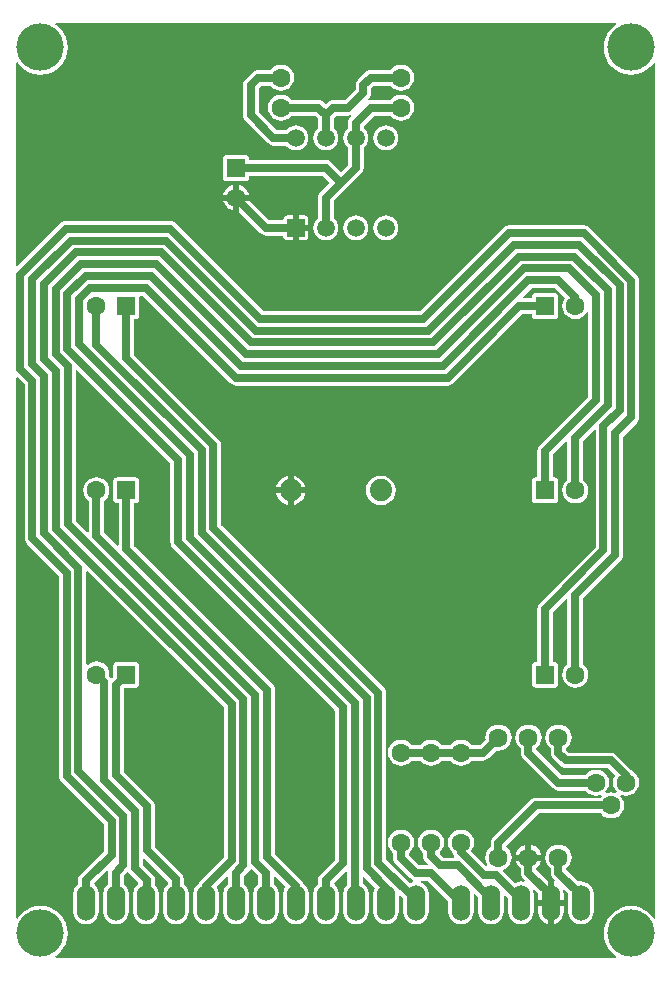
<source format=gbl>
G04 Layer_Physical_Order=2*
G04 Layer_Color=16711680*
%FSLAX43Y43*%
%MOMM*%
G71*
G01*
G75*
%ADD10C,0.700*%
%ADD11C,4.000*%
%ADD12C,1.600*%
%ADD13O,1.524X3.048*%
%ADD14R,1.500X1.500*%
%ADD15C,1.500*%
%ADD16R,1.600X1.600*%
%ADD17C,1.600*%
%ADD18R,1.600X1.600*%
%ADD19C,1.880*%
G36*
X51253Y79441D02*
X51216Y79422D01*
X50866Y79134D01*
X50578Y78784D01*
X50365Y78384D01*
X50233Y77951D01*
X50189Y77500D01*
X50233Y77049D01*
X50365Y76616D01*
X50578Y76216D01*
X50866Y75866D01*
X51216Y75578D01*
X51616Y75365D01*
X52049Y75233D01*
X52500Y75189D01*
X52951Y75233D01*
X53384Y75365D01*
X53784Y75578D01*
X54134Y75866D01*
X54422Y76216D01*
X54441Y76253D01*
X54565Y76222D01*
Y3778D01*
X54441Y3747D01*
X54422Y3784D01*
X54134Y4134D01*
X53784Y4422D01*
X53384Y4635D01*
X52951Y4767D01*
X52500Y4811D01*
X52049Y4767D01*
X51616Y4635D01*
X51216Y4422D01*
X50866Y4134D01*
X50578Y3784D01*
X50365Y3384D01*
X50233Y2951D01*
X50189Y2500D01*
X50233Y2049D01*
X50365Y1616D01*
X50578Y1216D01*
X50866Y866D01*
X51216Y578D01*
X51253Y559D01*
X51222Y435D01*
X3778D01*
X3747Y559D01*
X3784Y578D01*
X4134Y866D01*
X4422Y1216D01*
X4635Y1616D01*
X4767Y2049D01*
X4811Y2500D01*
X4767Y2951D01*
X4635Y3384D01*
X4422Y3784D01*
X4134Y4134D01*
X3784Y4422D01*
X3384Y4635D01*
X2951Y4767D01*
X2500Y4811D01*
X2049Y4767D01*
X1616Y4635D01*
X1216Y4422D01*
X866Y4134D01*
X578Y3784D01*
X559Y3747D01*
X435Y3778D01*
Y49532D01*
X553Y49581D01*
X1154Y48979D01*
Y35931D01*
X1177Y35761D01*
X1242Y35603D01*
X1346Y35467D01*
X4059Y32754D01*
Y15807D01*
X4082Y15638D01*
X4147Y15480D01*
X4251Y15344D01*
X7869Y11726D01*
Y9432D01*
X5886Y7449D01*
X5782Y7313D01*
X5717Y7155D01*
X5694Y6985D01*
Y6678D01*
X5593Y6599D01*
X5422Y6378D01*
X5315Y6119D01*
X5279Y5842D01*
Y4318D01*
X5315Y4041D01*
X5422Y3782D01*
X5593Y3561D01*
X5814Y3390D01*
X6073Y3283D01*
X6350Y3247D01*
X6627Y3283D01*
X6886Y3390D01*
X7107Y3561D01*
X7278Y3782D01*
X7385Y4041D01*
X7421Y4318D01*
Y5842D01*
X7385Y6119D01*
X7278Y6378D01*
X7107Y6599D01*
X7083Y6618D01*
X7073Y6781D01*
X8144Y7852D01*
X8248Y7794D01*
X8256Y7784D01*
X8234Y7620D01*
Y6678D01*
X8133Y6599D01*
X7962Y6378D01*
X7855Y6119D01*
X7819Y5842D01*
Y4318D01*
X7855Y4041D01*
X7962Y3782D01*
X8133Y3561D01*
X8354Y3390D01*
X8613Y3283D01*
X8890Y3247D01*
X9167Y3283D01*
X9426Y3390D01*
X9647Y3561D01*
X9818Y3782D01*
X9925Y4041D01*
X9961Y4318D01*
Y5842D01*
X9925Y6119D01*
X9818Y6378D01*
X9647Y6599D01*
X9546Y6678D01*
Y7348D01*
X9843Y7645D01*
X9997Y7620D01*
X10061Y7535D01*
X10788Y6809D01*
X10780Y6682D01*
X10673Y6599D01*
X10502Y6378D01*
X10395Y6119D01*
X10359Y5842D01*
Y4318D01*
X10395Y4041D01*
X10502Y3782D01*
X10673Y3561D01*
X10894Y3390D01*
X11153Y3283D01*
X11430Y3247D01*
X11707Y3283D01*
X11966Y3390D01*
X12187Y3561D01*
X12358Y3782D01*
X12465Y4041D01*
X12501Y4318D01*
Y5842D01*
X12465Y6119D01*
X12358Y6378D01*
X12195Y6590D01*
Y6985D01*
X12172Y7155D01*
X12107Y7313D01*
X12003Y7449D01*
X11181Y8271D01*
Y8776D01*
X11298Y8825D01*
X13314Y6808D01*
Y6678D01*
X13213Y6599D01*
X13042Y6378D01*
X12935Y6119D01*
X12899Y5842D01*
Y4318D01*
X12935Y4041D01*
X13042Y3782D01*
X13213Y3561D01*
X13434Y3390D01*
X13693Y3283D01*
X13970Y3247D01*
X14247Y3283D01*
X14506Y3390D01*
X14727Y3561D01*
X14898Y3782D01*
X15005Y4041D01*
X15041Y4318D01*
Y5842D01*
X15005Y6119D01*
X14898Y6378D01*
X14727Y6599D01*
X14626Y6678D01*
Y7080D01*
X14603Y7250D01*
X14538Y7408D01*
X14434Y7544D01*
X12181Y9797D01*
Y13240D01*
X12158Y13410D01*
X12093Y13568D01*
X11989Y13704D01*
X9546Y16147D01*
Y23248D01*
X9591Y23294D01*
X10570D01*
X10687Y23317D01*
X10786Y23384D01*
X10853Y23483D01*
X10876Y23600D01*
Y25200D01*
X10853Y25317D01*
X10786Y25416D01*
X10687Y25483D01*
X10570Y25506D01*
X8970D01*
X8853Y25483D01*
X8754Y25416D01*
X8687Y25317D01*
X8664Y25200D01*
Y24221D01*
X8565Y24122D01*
X8403Y24140D01*
X8354Y24204D01*
X8318Y24239D01*
X8339Y24400D01*
X8302Y24687D01*
X8191Y24955D01*
X8015Y25185D01*
X7785Y25361D01*
X7517Y25472D01*
X7230Y25509D01*
X6943Y25472D01*
X6675Y25361D01*
X6498Y25225D01*
X6371Y25287D01*
Y33106D01*
X6488Y33154D01*
X18029Y21613D01*
Y8941D01*
X16046Y6958D01*
X15942Y6822D01*
X15895Y6709D01*
X15753Y6599D01*
X15582Y6378D01*
X15475Y6119D01*
X15439Y5842D01*
Y4318D01*
X15475Y4041D01*
X15582Y3782D01*
X15753Y3561D01*
X15974Y3390D01*
X16233Y3283D01*
X16510Y3247D01*
X16787Y3283D01*
X17046Y3390D01*
X17267Y3561D01*
X17438Y3782D01*
X17545Y4041D01*
X17581Y4318D01*
Y5842D01*
X17545Y6119D01*
X17438Y6378D01*
X17387Y6444D01*
X18277Y7334D01*
X18394Y7286D01*
Y6678D01*
X18293Y6599D01*
X18122Y6378D01*
X18015Y6119D01*
X17979Y5842D01*
Y4318D01*
X18015Y4041D01*
X18122Y3782D01*
X18293Y3561D01*
X18514Y3390D01*
X18773Y3283D01*
X19050Y3247D01*
X19327Y3283D01*
X19586Y3390D01*
X19807Y3561D01*
X19978Y3782D01*
X20085Y4041D01*
X20121Y4318D01*
Y5842D01*
X20085Y6119D01*
X19978Y6378D01*
X19807Y6599D01*
X19706Y6678D01*
Y7348D01*
X20149Y7791D01*
X20219Y7884D01*
X20370Y7913D01*
X20934Y7348D01*
Y6678D01*
X20833Y6599D01*
X20662Y6378D01*
X20555Y6119D01*
X20519Y5842D01*
Y4318D01*
X20555Y4041D01*
X20662Y3782D01*
X20833Y3561D01*
X21054Y3390D01*
X21313Y3283D01*
X21590Y3247D01*
X21867Y3283D01*
X22126Y3390D01*
X22347Y3561D01*
X22518Y3782D01*
X22625Y4041D01*
X22661Y4318D01*
Y5842D01*
X22625Y6119D01*
X22518Y6378D01*
X22347Y6599D01*
X22246Y6678D01*
Y7286D01*
X22363Y7334D01*
X23253Y6444D01*
X23202Y6378D01*
X23095Y6119D01*
X23059Y5842D01*
Y4318D01*
X23095Y4041D01*
X23202Y3782D01*
X23373Y3561D01*
X23594Y3390D01*
X23853Y3283D01*
X24130Y3247D01*
X24407Y3283D01*
X24666Y3390D01*
X24887Y3561D01*
X25058Y3782D01*
X25165Y4041D01*
X25201Y4318D01*
Y5842D01*
X25165Y6119D01*
X25058Y6378D01*
X24887Y6599D01*
X24745Y6709D01*
X24698Y6822D01*
X24594Y6958D01*
X22341Y9211D01*
Y23127D01*
X22318Y23297D01*
X22253Y23455D01*
X22149Y23591D01*
X10426Y35314D01*
Y38894D01*
X10570D01*
X10687Y38917D01*
X10786Y38984D01*
X10853Y39083D01*
X10876Y39200D01*
Y40800D01*
X10853Y40917D01*
X10786Y41016D01*
X10687Y41083D01*
X10570Y41106D01*
X8970D01*
X8853Y41083D01*
X8754Y41016D01*
X8687Y40917D01*
X8664Y40800D01*
Y39200D01*
X8687Y39083D01*
X8754Y38984D01*
X8853Y38917D01*
X8970Y38894D01*
X9114D01*
Y35377D01*
X8997Y35328D01*
X7886Y36439D01*
Y39117D01*
X8015Y39215D01*
X8191Y39445D01*
X8302Y39713D01*
X8339Y40000D01*
X8302Y40287D01*
X8191Y40555D01*
X8015Y40785D01*
X7785Y40961D01*
X7517Y41072D01*
X7230Y41109D01*
X6943Y41072D01*
X6675Y40961D01*
X6445Y40785D01*
X6269Y40555D01*
X6158Y40287D01*
X6121Y40000D01*
X6158Y39713D01*
X6269Y39445D01*
X6445Y39215D01*
X6574Y39117D01*
Y36502D01*
X6457Y36454D01*
X5466Y37445D01*
Y50159D01*
X5583Y50207D01*
X13489Y42301D01*
Y35587D01*
X13512Y35418D01*
X13577Y35260D01*
X13681Y35124D01*
X27459Y21346D01*
Y8702D01*
X26206Y7449D01*
X26102Y7313D01*
X26037Y7155D01*
X26014Y6985D01*
Y6678D01*
X25913Y6599D01*
X25742Y6378D01*
X25635Y6119D01*
X25599Y5842D01*
Y4318D01*
X25635Y4041D01*
X25742Y3782D01*
X25913Y3561D01*
X26134Y3390D01*
X26393Y3283D01*
X26670Y3247D01*
X26947Y3283D01*
X27206Y3390D01*
X27427Y3561D01*
X27598Y3782D01*
X27705Y4041D01*
X27741Y4318D01*
Y5842D01*
X27705Y6119D01*
X27598Y6378D01*
X27427Y6599D01*
X27403Y6618D01*
X27393Y6781D01*
X28342Y7730D01*
X28459Y7681D01*
Y6605D01*
X28453Y6599D01*
X28282Y6378D01*
X28175Y6119D01*
X28139Y5842D01*
Y4318D01*
X28175Y4041D01*
X28282Y3782D01*
X28453Y3561D01*
X28674Y3390D01*
X28933Y3283D01*
X29210Y3247D01*
X29487Y3283D01*
X29746Y3390D01*
X29967Y3561D01*
X30138Y3782D01*
X30245Y4041D01*
X30281Y4318D01*
Y5842D01*
X30245Y6119D01*
X30138Y6378D01*
X29967Y6599D01*
X29771Y6750D01*
Y7236D01*
X29888Y7285D01*
X30814Y6358D01*
X30715Y6119D01*
X30679Y5842D01*
Y4318D01*
X30715Y4041D01*
X30822Y3782D01*
X30993Y3561D01*
X31214Y3390D01*
X31473Y3283D01*
X31750Y3247D01*
X32027Y3283D01*
X32286Y3390D01*
X32507Y3561D01*
X32678Y3782D01*
X32785Y4041D01*
X32821Y4318D01*
Y5675D01*
X32938Y5723D01*
X33219Y5443D01*
Y4318D01*
X33255Y4041D01*
X33362Y3782D01*
X33533Y3561D01*
X33754Y3390D01*
X34013Y3283D01*
X34290Y3247D01*
X34567Y3283D01*
X34826Y3390D01*
X35047Y3561D01*
X35218Y3782D01*
X35325Y4041D01*
X35361Y4318D01*
Y5842D01*
X35325Y6119D01*
X35218Y6378D01*
X35047Y6599D01*
X34826Y6770D01*
X34662Y6837D01*
X34687Y6964D01*
X35288D01*
X37029Y5224D01*
Y4318D01*
X37065Y4041D01*
X37172Y3782D01*
X37343Y3561D01*
X37564Y3390D01*
X37823Y3283D01*
X38100Y3247D01*
X38377Y3283D01*
X38636Y3390D01*
X38857Y3561D01*
X39028Y3782D01*
X39135Y4041D01*
X39171Y4318D01*
Y5787D01*
X39298Y5840D01*
X39569Y5569D01*
Y4318D01*
X39605Y4041D01*
X39712Y3782D01*
X39883Y3561D01*
X40104Y3390D01*
X40363Y3283D01*
X40640Y3247D01*
X40917Y3283D01*
X41176Y3390D01*
X41397Y3561D01*
X41568Y3782D01*
X41675Y4041D01*
X41711Y4318D01*
Y5675D01*
X41828Y5723D01*
X42109Y5443D01*
Y4318D01*
X42145Y4041D01*
X42252Y3782D01*
X42423Y3561D01*
X42644Y3390D01*
X42903Y3283D01*
X43180Y3247D01*
X43457Y3283D01*
X43716Y3390D01*
X43937Y3561D01*
X44108Y3782D01*
X44215Y4041D01*
X44251Y4318D01*
Y5842D01*
X44216Y6113D01*
X44224Y6122D01*
X44334Y6174D01*
X44651Y5857D01*
X44649Y5842D01*
Y5330D01*
X45470D01*
Y6892D01*
X44476Y7886D01*
X44481Y8014D01*
X44600Y8105D01*
X44776Y8335D01*
X44887Y8603D01*
X44892Y8640D01*
X43815D01*
X42738D01*
X42743Y8603D01*
X42854Y8335D01*
X43030Y8105D01*
X43159Y8007D01*
Y7620D01*
X43182Y7450D01*
X43247Y7292D01*
X43351Y7156D01*
X43512Y6996D01*
X43460Y6886D01*
X43451Y6878D01*
X43180Y6913D01*
X42903Y6877D01*
X42644Y6770D01*
X42640Y6766D01*
X41661Y7745D01*
X41686Y7870D01*
X41830Y7929D01*
X42060Y8105D01*
X42236Y8335D01*
X42347Y8603D01*
X42384Y8890D01*
X42347Y9177D01*
X42236Y9445D01*
X42060Y9675D01*
X41941Y9766D01*
X41936Y9894D01*
X44722Y12679D01*
X49917D01*
X50015Y12550D01*
X50245Y12374D01*
X50513Y12263D01*
X50800Y12226D01*
X51087Y12263D01*
X51355Y12374D01*
X51585Y12550D01*
X51761Y12780D01*
X51872Y13048D01*
X51909Y13335D01*
X51872Y13622D01*
X51761Y13890D01*
X51592Y14110D01*
X51594Y14121D01*
X51700Y14203D01*
X51783Y14168D01*
X52070Y14131D01*
X52357Y14168D01*
X52625Y14279D01*
X52855Y14455D01*
X53031Y14685D01*
X53142Y14953D01*
X53179Y15240D01*
X53142Y15527D01*
X53031Y15795D01*
X52855Y16025D01*
X52645Y16185D01*
X52638Y16203D01*
X52534Y16339D01*
X51264Y17609D01*
X51128Y17713D01*
X50970Y17778D01*
X50800Y17801D01*
X47262D01*
X47016Y18046D01*
X47021Y18174D01*
X47140Y18265D01*
X47316Y18495D01*
X47427Y18763D01*
X47464Y19050D01*
X47427Y19337D01*
X47316Y19605D01*
X47140Y19835D01*
X46910Y20011D01*
X46642Y20122D01*
X46355Y20159D01*
X46068Y20122D01*
X45800Y20011D01*
X45570Y19835D01*
X45394Y19605D01*
X45283Y19337D01*
X45246Y19050D01*
X45283Y18763D01*
X45394Y18495D01*
X45570Y18265D01*
X45699Y18167D01*
Y17780D01*
X45722Y17610D01*
X45787Y17452D01*
X45891Y17316D01*
X46526Y16681D01*
X46662Y16577D01*
X46820Y16512D01*
X46990Y16489D01*
X50528D01*
X51159Y15859D01*
X51109Y15795D01*
X50998Y15527D01*
X50961Y15240D01*
X50998Y14953D01*
X51109Y14685D01*
X51278Y14465D01*
X51276Y14454D01*
X51170Y14372D01*
X51087Y14407D01*
X50800Y14444D01*
X50513Y14407D01*
X50430Y14372D01*
X50324Y14454D01*
X50322Y14465D01*
X50491Y14685D01*
X50602Y14953D01*
X50639Y15240D01*
X50602Y15527D01*
X50491Y15795D01*
X50315Y16025D01*
X50085Y16201D01*
X49817Y16312D01*
X49530Y16349D01*
X49243Y16312D01*
X48975Y16201D01*
X48745Y16025D01*
X48647Y15896D01*
X46627D01*
X44476Y18046D01*
X44481Y18174D01*
X44600Y18265D01*
X44776Y18495D01*
X44887Y18763D01*
X44924Y19050D01*
X44887Y19337D01*
X44776Y19605D01*
X44600Y19835D01*
X44370Y20011D01*
X44102Y20122D01*
X43815Y20159D01*
X43528Y20122D01*
X43260Y20011D01*
X43030Y19835D01*
X42854Y19605D01*
X42743Y19337D01*
X42706Y19050D01*
X42743Y18763D01*
X42854Y18495D01*
X43030Y18265D01*
X43159Y18167D01*
Y17780D01*
X43182Y17610D01*
X43247Y17452D01*
X43351Y17316D01*
X45891Y14776D01*
X46027Y14672D01*
X46185Y14607D01*
X46355Y14584D01*
X48647D01*
X48745Y14455D01*
X48975Y14279D01*
X49243Y14168D01*
X49530Y14131D01*
X49817Y14168D01*
X49900Y14203D01*
X50006Y14121D01*
X50008Y14110D01*
X49917Y13991D01*
X44450D01*
X44280Y13968D01*
X44122Y13903D01*
X43986Y13799D01*
X40811Y10624D01*
X40707Y10488D01*
X40642Y10330D01*
X40619Y10160D01*
Y9773D01*
X40490Y9675D01*
X40314Y9445D01*
X40203Y9177D01*
X40166Y8890D01*
X40203Y8603D01*
X40314Y8335D01*
X40328Y8317D01*
X40274Y8179D01*
X40234Y8172D01*
X38948Y9458D01*
X39061Y9605D01*
X39172Y9873D01*
X39209Y10160D01*
X39172Y10447D01*
X39061Y10715D01*
X38885Y10945D01*
X38655Y11121D01*
X38387Y11232D01*
X38100Y11269D01*
X37813Y11232D01*
X37545Y11121D01*
X37315Y10945D01*
X37139Y10715D01*
X37028Y10447D01*
X36991Y10160D01*
X37028Y9873D01*
X37139Y9605D01*
X37315Y9375D01*
X37459Y9265D01*
X37467Y9210D01*
X37532Y9052D01*
X37543Y9038D01*
X37480Y8911D01*
X36611D01*
X36300Y9221D01*
X36309Y9348D01*
X36345Y9375D01*
X36521Y9605D01*
X36632Y9873D01*
X36669Y10160D01*
X36632Y10447D01*
X36521Y10715D01*
X36345Y10945D01*
X36115Y11121D01*
X35847Y11232D01*
X35560Y11269D01*
X35273Y11232D01*
X35005Y11121D01*
X34775Y10945D01*
X34599Y10715D01*
X34488Y10447D01*
X34451Y10160D01*
X34488Y9873D01*
X34599Y9605D01*
X34775Y9375D01*
X34904Y9277D01*
Y9034D01*
X34927Y8865D01*
X34992Y8706D01*
X35096Y8571D01*
X35274Y8393D01*
X35225Y8276D01*
X34562D01*
X33681Y9156D01*
X33686Y9284D01*
X33805Y9375D01*
X33981Y9605D01*
X34092Y9873D01*
X34129Y10160D01*
X34092Y10447D01*
X33981Y10715D01*
X33805Y10945D01*
X33575Y11121D01*
X33307Y11232D01*
X33020Y11269D01*
X32733Y11232D01*
X32465Y11121D01*
X32235Y10945D01*
X32059Y10715D01*
X31948Y10447D01*
X31911Y10160D01*
X31948Y9873D01*
X32059Y9605D01*
X32235Y9375D01*
X32364Y9277D01*
Y8890D01*
X32387Y8720D01*
X32452Y8562D01*
X32556Y8426D01*
X33826Y7156D01*
X33962Y7052D01*
X34020Y6894D01*
X34013Y6877D01*
X33754Y6770D01*
X33750Y6766D01*
X31771Y8745D01*
Y22860D01*
X31748Y23030D01*
X31683Y23188D01*
X31579Y23324D01*
X17801Y37102D01*
Y43815D01*
X17778Y43985D01*
X17713Y44143D01*
X17609Y44279D01*
X10426Y51462D01*
Y54494D01*
X10570D01*
X10687Y54517D01*
X10786Y54584D01*
X10853Y54683D01*
X10876Y54800D01*
Y56400D01*
X10953Y56494D01*
X11158D01*
X18586Y49066D01*
X18722Y48962D01*
X18880Y48897D01*
X19050Y48874D01*
X36974D01*
X37144Y48897D01*
X37302Y48962D01*
X37438Y49066D01*
X43316Y54944D01*
X44124D01*
Y54800D01*
X44147Y54683D01*
X44214Y54584D01*
X44313Y54517D01*
X44430Y54494D01*
X46030D01*
X46147Y54517D01*
X46246Y54584D01*
X46313Y54683D01*
X46336Y54800D01*
Y56400D01*
X46313Y56517D01*
X46246Y56616D01*
X46147Y56683D01*
X46030Y56706D01*
X44430D01*
X44313Y56683D01*
X44214Y56616D01*
X44147Y56517D01*
X44124Y56400D01*
Y56256D01*
X43379D01*
X43330Y56373D01*
X44087Y57129D01*
X46083D01*
X46917Y56296D01*
X46809Y56155D01*
X46698Y55887D01*
X46661Y55600D01*
X46698Y55313D01*
X46809Y55045D01*
X46985Y54815D01*
X47215Y54639D01*
X47483Y54528D01*
X47770Y54491D01*
X48057Y54528D01*
X48325Y54639D01*
X48555Y54815D01*
X48731Y55045D01*
X48747Y55085D01*
X48874Y55060D01*
Y47897D01*
X44766Y43789D01*
X44662Y43653D01*
X44597Y43495D01*
X44574Y43325D01*
Y41106D01*
X44430D01*
X44313Y41083D01*
X44214Y41016D01*
X44147Y40917D01*
X44124Y40800D01*
Y39200D01*
X44147Y39083D01*
X44214Y38984D01*
X44313Y38917D01*
X44430Y38894D01*
X46030D01*
X46147Y38917D01*
X46246Y38984D01*
X46313Y39083D01*
X46336Y39200D01*
Y40800D01*
X46313Y40917D01*
X46246Y41016D01*
X46147Y41083D01*
X46030Y41106D01*
X45886D01*
Y43053D01*
X46997Y44165D01*
X47114Y44116D01*
Y40883D01*
X46985Y40785D01*
X46809Y40555D01*
X46698Y40287D01*
X46661Y40000D01*
X46698Y39713D01*
X46809Y39445D01*
X46985Y39215D01*
X47215Y39039D01*
X47483Y38928D01*
X47770Y38891D01*
X48057Y38928D01*
X48325Y39039D01*
X48555Y39215D01*
X48731Y39445D01*
X48842Y39713D01*
X48879Y40000D01*
X48842Y40287D01*
X48731Y40555D01*
X48555Y40785D01*
X48426Y40883D01*
Y44179D01*
X49392Y45146D01*
X49509Y45097D01*
Y35197D01*
X44766Y30454D01*
X44662Y30318D01*
X44597Y30160D01*
X44574Y29990D01*
Y25506D01*
X44430D01*
X44313Y25483D01*
X44214Y25416D01*
X44147Y25317D01*
X44124Y25200D01*
Y23600D01*
X44147Y23483D01*
X44214Y23384D01*
X44313Y23317D01*
X44430Y23294D01*
X46030D01*
X46147Y23317D01*
X46246Y23384D01*
X46313Y23483D01*
X46336Y23600D01*
Y25200D01*
X46313Y25317D01*
X46246Y25416D01*
X46147Y25483D01*
X46030Y25506D01*
X45886D01*
Y29718D01*
X46997Y30830D01*
X47114Y30781D01*
Y25283D01*
X46985Y25185D01*
X46809Y24955D01*
X46698Y24687D01*
X46661Y24400D01*
X46698Y24113D01*
X46809Y23845D01*
X46985Y23615D01*
X47215Y23439D01*
X47483Y23328D01*
X47770Y23291D01*
X48057Y23328D01*
X48325Y23439D01*
X48555Y23615D01*
X48731Y23845D01*
X48842Y24113D01*
X48879Y24400D01*
X48842Y24687D01*
X48731Y24955D01*
X48555Y25185D01*
X48426Y25283D01*
Y30844D01*
X51629Y34047D01*
X51733Y34183D01*
X51798Y34341D01*
X51821Y34511D01*
Y44543D01*
X52994Y45716D01*
X53098Y45852D01*
X53163Y46010D01*
X53186Y46180D01*
Y57758D01*
X53163Y57927D01*
X53098Y58085D01*
X52994Y58221D01*
X48966Y62249D01*
X48830Y62353D01*
X48672Y62418D01*
X48503Y62441D01*
X42158D01*
X41988Y62418D01*
X41830Y62353D01*
X41695Y62249D01*
X34632Y55186D01*
X21393D01*
X13965Y62614D01*
X13829Y62718D01*
X13671Y62783D01*
X13501Y62806D01*
X4658D01*
X4489Y62783D01*
X4331Y62718D01*
X4195Y62614D01*
X553Y58972D01*
X435Y59020D01*
Y76222D01*
X559Y76253D01*
X578Y76216D01*
X866Y75866D01*
X1216Y75578D01*
X1616Y75365D01*
X2049Y75233D01*
X2500Y75189D01*
X2951Y75233D01*
X3384Y75365D01*
X3784Y75578D01*
X4134Y75866D01*
X4422Y76216D01*
X4635Y76616D01*
X4767Y77049D01*
X4811Y77500D01*
X4767Y77951D01*
X4635Y78384D01*
X4422Y78784D01*
X4134Y79134D01*
X3784Y79422D01*
X3747Y79441D01*
X3778Y79565D01*
X51222D01*
X51253Y79441D01*
D02*
G37*
%LPC*%
G36*
X23440Y39750D02*
X22472D01*
X22482Y39676D01*
X22607Y39375D01*
X22806Y39116D01*
X23065Y38917D01*
X23366Y38792D01*
X23440Y38782D01*
Y39750D01*
D02*
G37*
G36*
X31310Y41250D02*
X30986Y41208D01*
X30685Y41083D01*
X30426Y40884D01*
X30227Y40625D01*
X30102Y40324D01*
X30059Y40000D01*
X30102Y39676D01*
X30227Y39375D01*
X30426Y39116D01*
X30685Y38917D01*
X30986Y38792D01*
X31310Y38750D01*
X31634Y38792D01*
X31935Y38917D01*
X32194Y39116D01*
X32393Y39375D01*
X32518Y39676D01*
X32561Y40000D01*
X32518Y40324D01*
X32393Y40625D01*
X32194Y40884D01*
X31935Y41083D01*
X31634Y41208D01*
X31310Y41250D01*
D02*
G37*
G36*
X24908Y39750D02*
X23940D01*
Y38782D01*
X24014Y38792D01*
X24315Y38917D01*
X24574Y39116D01*
X24773Y39375D01*
X24898Y39676D01*
X24908Y39750D01*
D02*
G37*
G36*
X23940Y41218D02*
Y40250D01*
X24908D01*
X24898Y40324D01*
X24773Y40625D01*
X24574Y40884D01*
X24315Y41083D01*
X24014Y41208D01*
X23940Y41218D01*
D02*
G37*
G36*
X23440D02*
X23366Y41208D01*
X23065Y41083D01*
X22806Y40884D01*
X22607Y40625D01*
X22482Y40324D01*
X22472Y40250D01*
X23440D01*
Y41218D01*
D02*
G37*
G36*
X41275Y20159D02*
X40988Y20122D01*
X40720Y20011D01*
X40490Y19835D01*
X40314Y19605D01*
X40203Y19337D01*
X40166Y19050D01*
X40187Y18889D01*
X39733Y18436D01*
X38983D01*
X38885Y18565D01*
X38655Y18741D01*
X38387Y18852D01*
X38100Y18889D01*
X37813Y18852D01*
X37545Y18741D01*
X37315Y18565D01*
X37217Y18436D01*
X36443D01*
X36345Y18565D01*
X36115Y18741D01*
X35847Y18852D01*
X35560Y18889D01*
X35273Y18852D01*
X35005Y18741D01*
X34775Y18565D01*
X34677Y18436D01*
X33903D01*
X33805Y18565D01*
X33575Y18741D01*
X33307Y18852D01*
X33020Y18889D01*
X32733Y18852D01*
X32465Y18741D01*
X32235Y18565D01*
X32059Y18335D01*
X31948Y18067D01*
X31911Y17780D01*
X31948Y17493D01*
X32059Y17225D01*
X32235Y16995D01*
X32465Y16819D01*
X32733Y16708D01*
X33020Y16671D01*
X33307Y16708D01*
X33575Y16819D01*
X33805Y16995D01*
X33903Y17124D01*
X34677D01*
X34775Y16995D01*
X35005Y16819D01*
X35273Y16708D01*
X35560Y16671D01*
X35847Y16708D01*
X36115Y16819D01*
X36345Y16995D01*
X36443Y17124D01*
X37217D01*
X37315Y16995D01*
X37545Y16819D01*
X37813Y16708D01*
X38100Y16671D01*
X38387Y16708D01*
X38655Y16819D01*
X38885Y16995D01*
X38983Y17124D01*
X40005D01*
X40175Y17147D01*
X40333Y17212D01*
X40469Y17316D01*
X41114Y17962D01*
X41275Y17941D01*
X41562Y17978D01*
X41830Y18089D01*
X42060Y18265D01*
X42236Y18495D01*
X42347Y18763D01*
X42384Y19050D01*
X42347Y19337D01*
X42236Y19605D01*
X42060Y19835D01*
X41830Y20011D01*
X41562Y20122D01*
X41275Y20159D01*
D02*
G37*
G36*
X46791Y4830D02*
X45970D01*
Y3280D01*
X45997Y3283D01*
X46256Y3390D01*
X46477Y3561D01*
X46648Y3782D01*
X46755Y4041D01*
X46791Y4318D01*
Y4830D01*
D02*
G37*
G36*
X45470D02*
X44649D01*
Y4318D01*
X44685Y4041D01*
X44792Y3782D01*
X44963Y3561D01*
X45184Y3390D01*
X45443Y3283D01*
X45470Y3280D01*
Y4830D01*
D02*
G37*
G36*
X46355Y9999D02*
X46068Y9962D01*
X45800Y9851D01*
X45570Y9675D01*
X45394Y9445D01*
X45283Y9177D01*
X45246Y8890D01*
X45283Y8603D01*
X45394Y8335D01*
X45570Y8105D01*
X45699Y8007D01*
Y7620D01*
X45722Y7450D01*
X45787Y7292D01*
X45891Y7156D01*
X46052Y6996D01*
X46000Y6886D01*
X45991Y6878D01*
X45970Y6880D01*
Y5330D01*
X46791D01*
Y5842D01*
X46756Y6113D01*
X46764Y6122D01*
X46874Y6174D01*
X47191Y5857D01*
X47189Y5842D01*
Y4318D01*
X47225Y4041D01*
X47332Y3782D01*
X47503Y3561D01*
X47724Y3390D01*
X47983Y3283D01*
X48260Y3247D01*
X48537Y3283D01*
X48796Y3390D01*
X49017Y3561D01*
X49188Y3782D01*
X49295Y4041D01*
X49331Y4318D01*
Y5842D01*
X49295Y6119D01*
X49188Y6378D01*
X49017Y6599D01*
X48796Y6770D01*
X48537Y6877D01*
X48260Y6913D01*
X48021Y6882D01*
X47016Y7886D01*
X47021Y8014D01*
X47140Y8105D01*
X47316Y8335D01*
X47427Y8603D01*
X47464Y8890D01*
X47427Y9177D01*
X47316Y9445D01*
X47140Y9675D01*
X46910Y9851D01*
X46642Y9962D01*
X46355Y9999D01*
D02*
G37*
G36*
X44065Y9967D02*
Y9140D01*
X44892D01*
X44887Y9177D01*
X44776Y9445D01*
X44600Y9675D01*
X44370Y9851D01*
X44102Y9962D01*
X44065Y9967D01*
D02*
G37*
G36*
X43565D02*
X43528Y9962D01*
X43260Y9851D01*
X43030Y9675D01*
X42854Y9445D01*
X42743Y9177D01*
X42738Y9140D01*
X43565D01*
Y9967D01*
D02*
G37*
G36*
X19300Y65847D02*
Y65020D01*
X20127D01*
X20122Y65057D01*
X20011Y65325D01*
X19835Y65555D01*
X19605Y65731D01*
X19337Y65842D01*
X19300Y65847D01*
D02*
G37*
G36*
X18800D02*
X18763Y65842D01*
X18495Y65731D01*
X18265Y65555D01*
X18089Y65325D01*
X17978Y65057D01*
X17973Y65020D01*
X18800D01*
Y65847D01*
D02*
G37*
G36*
X31750Y70909D02*
X31476Y70873D01*
X31220Y70767D01*
X31001Y70599D01*
X30833Y70380D01*
X30727Y70124D01*
X30691Y69850D01*
X30727Y69576D01*
X30833Y69320D01*
X31001Y69101D01*
X31220Y68933D01*
X31476Y68827D01*
X31750Y68791D01*
X32024Y68827D01*
X32280Y68933D01*
X32499Y69101D01*
X32667Y69320D01*
X32773Y69576D01*
X32809Y69850D01*
X32773Y70124D01*
X32667Y70380D01*
X32499Y70599D01*
X32280Y70767D01*
X32024Y70873D01*
X31750Y70909D01*
D02*
G37*
G36*
X33020Y76039D02*
X32733Y76002D01*
X32465Y75891D01*
X32235Y75715D01*
X32137Y75586D01*
X30480D01*
X30310Y75563D01*
X30152Y75498D01*
X30016Y75394D01*
X29381Y74759D01*
X29277Y74623D01*
X29212Y74465D01*
X29189Y74295D01*
Y73932D01*
X28303Y73046D01*
X27305D01*
X27135Y73023D01*
X26977Y72958D01*
X26841Y72854D01*
X26670Y72682D01*
X26499Y72854D01*
X26363Y72958D01*
X26205Y73023D01*
X26035Y73046D01*
X23743D01*
X23645Y73175D01*
X23415Y73351D01*
X23147Y73462D01*
X22860Y73499D01*
X22573Y73462D01*
X22305Y73351D01*
X22075Y73175D01*
X21899Y72945D01*
X21788Y72677D01*
X21751Y72390D01*
X21788Y72103D01*
X21899Y71835D01*
X22075Y71605D01*
X22305Y71429D01*
X22573Y71318D01*
X22860Y71281D01*
X23147Y71318D01*
X23415Y71429D01*
X23645Y71605D01*
X23743Y71734D01*
X25763D01*
X26014Y71483D01*
Y70670D01*
X25921Y70599D01*
X25753Y70380D01*
X25647Y70124D01*
X25611Y69850D01*
X25647Y69576D01*
X25753Y69320D01*
X25921Y69101D01*
X26140Y68933D01*
X26396Y68827D01*
X26670Y68791D01*
X26944Y68827D01*
X27200Y68933D01*
X27419Y69101D01*
X27587Y69320D01*
X27693Y69576D01*
X27729Y69850D01*
X27693Y70124D01*
X27587Y70380D01*
X27419Y70599D01*
X27326Y70670D01*
Y71483D01*
X27577Y71734D01*
X28575D01*
X28739Y71756D01*
X28749Y71748D01*
X28807Y71644D01*
X28746Y71584D01*
X28642Y71448D01*
X28577Y71290D01*
X28554Y71120D01*
Y70670D01*
X28461Y70599D01*
X28293Y70380D01*
X28187Y70124D01*
X28151Y69850D01*
X28187Y69576D01*
X28293Y69320D01*
X28461Y69101D01*
X28554Y69030D01*
Y67582D01*
X27940Y66967D01*
X27134Y67774D01*
X26998Y67878D01*
X26840Y67943D01*
X26670Y67966D01*
X20156D01*
Y68110D01*
X20133Y68227D01*
X20066Y68326D01*
X19967Y68393D01*
X19850Y68416D01*
X18250D01*
X18133Y68393D01*
X18034Y68326D01*
X17967Y68227D01*
X17944Y68110D01*
Y66510D01*
X17967Y66393D01*
X18034Y66294D01*
X18133Y66227D01*
X18250Y66204D01*
X19850D01*
X19967Y66227D01*
X20066Y66294D01*
X20133Y66393D01*
X20156Y66510D01*
Y66654D01*
X26398D01*
X27013Y66040D01*
X26206Y65234D01*
X26102Y65098D01*
X26037Y64940D01*
X26014Y64770D01*
Y63050D01*
X25921Y62979D01*
X25753Y62760D01*
X25647Y62504D01*
X25611Y62230D01*
X25647Y61956D01*
X25753Y61700D01*
X25921Y61481D01*
X26140Y61313D01*
X26396Y61207D01*
X26670Y61171D01*
X26944Y61207D01*
X27200Y61313D01*
X27419Y61481D01*
X27587Y61700D01*
X27693Y61956D01*
X27729Y62230D01*
X27693Y62504D01*
X27587Y62760D01*
X27419Y62979D01*
X27326Y63050D01*
Y64498D01*
X28404Y65576D01*
X28404Y65576D01*
X28404Y65576D01*
X29674Y66846D01*
X29778Y66982D01*
X29843Y67140D01*
X29866Y67310D01*
Y69030D01*
X29959Y69101D01*
X30127Y69320D01*
X30233Y69576D01*
X30269Y69850D01*
X30233Y70124D01*
X30127Y70380D01*
X29959Y70599D01*
X29866Y70670D01*
Y70848D01*
X30752Y71734D01*
X32137D01*
X32235Y71605D01*
X32465Y71429D01*
X32733Y71318D01*
X33020Y71281D01*
X33307Y71318D01*
X33575Y71429D01*
X33805Y71605D01*
X33981Y71835D01*
X34092Y72103D01*
X34129Y72390D01*
X34092Y72677D01*
X33981Y72945D01*
X33805Y73175D01*
X33575Y73351D01*
X33307Y73462D01*
X33020Y73499D01*
X32733Y73462D01*
X32465Y73351D01*
X32235Y73175D01*
X32137Y73046D01*
X30480D01*
X30316Y73024D01*
X30306Y73032D01*
X30248Y73136D01*
X30309Y73196D01*
X30413Y73332D01*
X30478Y73490D01*
X30501Y73660D01*
Y74023D01*
X30752Y74274D01*
X32137D01*
X32235Y74145D01*
X32465Y73969D01*
X32733Y73858D01*
X33020Y73821D01*
X33307Y73858D01*
X33575Y73969D01*
X33805Y74145D01*
X33981Y74375D01*
X34092Y74643D01*
X34129Y74930D01*
X34092Y75217D01*
X33981Y75485D01*
X33805Y75715D01*
X33575Y75891D01*
X33307Y76002D01*
X33020Y76039D01*
D02*
G37*
G36*
X22860D02*
X22573Y76002D01*
X22305Y75891D01*
X22075Y75715D01*
X21977Y75586D01*
X20955D01*
X20785Y75563D01*
X20627Y75498D01*
X20491Y75394D01*
X19856Y74759D01*
X19752Y74623D01*
X19687Y74465D01*
X19664Y74295D01*
Y71755D01*
X19687Y71585D01*
X19752Y71427D01*
X19856Y71291D01*
X21761Y69386D01*
X21897Y69282D01*
X22055Y69217D01*
X22225Y69194D01*
X23310D01*
X23381Y69101D01*
X23600Y68933D01*
X23856Y68827D01*
X24130Y68791D01*
X24404Y68827D01*
X24660Y68933D01*
X24879Y69101D01*
X25047Y69320D01*
X25153Y69576D01*
X25189Y69850D01*
X25153Y70124D01*
X25047Y70380D01*
X24879Y70599D01*
X24660Y70767D01*
X24404Y70873D01*
X24130Y70909D01*
X23856Y70873D01*
X23600Y70767D01*
X23381Y70599D01*
X23310Y70506D01*
X22497D01*
X20976Y72027D01*
Y74023D01*
X21227Y74274D01*
X21977D01*
X22075Y74145D01*
X22305Y73969D01*
X22573Y73858D01*
X22860Y73821D01*
X23147Y73858D01*
X23415Y73969D01*
X23645Y74145D01*
X23821Y74375D01*
X23932Y74643D01*
X23969Y74930D01*
X23932Y75217D01*
X23821Y75485D01*
X23645Y75715D01*
X23415Y75891D01*
X23147Y76002D01*
X22860Y76039D01*
D02*
G37*
G36*
X18800Y64520D02*
X17973D01*
X17978Y64483D01*
X18089Y64215D01*
X18265Y63985D01*
X18495Y63809D01*
X18763Y63698D01*
X18800Y63693D01*
Y64520D01*
D02*
G37*
G36*
X31750Y63289D02*
X31476Y63253D01*
X31220Y63147D01*
X31001Y62979D01*
X30833Y62760D01*
X30727Y62504D01*
X30691Y62230D01*
X30727Y61956D01*
X30833Y61700D01*
X31001Y61481D01*
X31220Y61313D01*
X31476Y61207D01*
X31750Y61171D01*
X32024Y61207D01*
X32280Y61313D01*
X32499Y61481D01*
X32667Y61700D01*
X32773Y61956D01*
X32809Y62230D01*
X32773Y62504D01*
X32667Y62760D01*
X32499Y62979D01*
X32280Y63147D01*
X32024Y63253D01*
X31750Y63289D01*
D02*
G37*
G36*
X29210D02*
X28936Y63253D01*
X28680Y63147D01*
X28461Y62979D01*
X28293Y62760D01*
X28187Y62504D01*
X28151Y62230D01*
X28187Y61956D01*
X28293Y61700D01*
X28461Y61481D01*
X28680Y61313D01*
X28936Y61207D01*
X29210Y61171D01*
X29484Y61207D01*
X29740Y61313D01*
X29959Y61481D01*
X30127Y61700D01*
X30233Y61956D01*
X30269Y62230D01*
X30233Y62504D01*
X30127Y62760D01*
X29959Y62979D01*
X29740Y63147D01*
X29484Y63253D01*
X29210Y63289D01*
D02*
G37*
G36*
X20227Y64520D02*
X19300D01*
Y63593D01*
X21126Y61766D01*
X21262Y61662D01*
X21420Y61597D01*
X21590Y61574D01*
X23074D01*
Y61480D01*
X23097Y61363D01*
X23164Y61264D01*
X23263Y61197D01*
X23380Y61174D01*
X23880D01*
Y62230D01*
Y63286D01*
X23380D01*
X23263Y63263D01*
X23164Y63196D01*
X23097Y63097D01*
X23074Y62980D01*
Y62886D01*
X21862D01*
X20227Y64520D01*
D02*
G37*
G36*
X24880Y63286D02*
X24380D01*
Y62480D01*
X25186D01*
Y62980D01*
X25163Y63097D01*
X25096Y63196D01*
X24997Y63263D01*
X24880Y63286D01*
D02*
G37*
G36*
X25186Y61980D02*
X24380D01*
Y61174D01*
X24880D01*
X24997Y61197D01*
X25096Y61264D01*
X25163Y61363D01*
X25186Y61480D01*
Y61980D01*
D02*
G37*
%LPD*%
D10*
X38100Y9379D02*
X40039Y7440D01*
X41039D01*
X43180Y5299D01*
Y5080D02*
Y5299D01*
X40640Y5080D02*
Y5425D01*
X38100Y9379D02*
Y10160D01*
X33020Y8890D02*
Y10160D01*
Y8890D02*
X34290Y7620D01*
X35560D01*
X38100Y5080D01*
X37810Y8255D02*
X40640Y5425D01*
X36339Y8255D02*
X37810D01*
X33020Y17780D02*
X35560D01*
X38100D01*
X40005D01*
X41275Y19050D01*
X43815Y7620D02*
Y8890D01*
Y7620D02*
X45720Y5715D01*
Y5080D02*
Y5715D01*
X46355Y7620D02*
Y8890D01*
Y7620D02*
X48260Y5715D01*
Y5080D02*
Y5715D01*
X46355Y17780D02*
X46990Y17145D01*
X46355Y17780D02*
Y19050D01*
X50800Y17145D02*
X52070Y15875D01*
Y15240D02*
Y15875D01*
X46990Y17145D02*
X50800D01*
X43815Y17780D02*
X46355Y15240D01*
X43815Y17780D02*
Y19050D01*
X46355Y15240D02*
X49530D01*
X11430Y5080D02*
X11539Y5189D01*
X7230Y36168D02*
Y40000D01*
X35560Y9034D02*
Y10160D01*
Y9034D02*
X36339Y8255D01*
X17145Y36830D02*
Y43815D01*
X34290Y5080D02*
Y5299D01*
X17145Y36830D02*
X31115Y22860D01*
Y8474D02*
X34290Y5299D01*
X31115Y8474D02*
Y22860D01*
X31750Y5080D02*
Y6350D01*
X30115Y7985D02*
X31750Y6350D01*
X16145Y36416D02*
X30115Y22446D01*
Y7985D02*
Y22446D01*
X16145Y36416D02*
Y43401D01*
X29115Y5175D02*
X29210Y5080D01*
X29115Y5175D02*
Y22032D01*
X15145Y36002D02*
X29115Y22032D01*
X15145Y36002D02*
Y42987D01*
X14145Y35587D02*
Y42572D01*
X9770Y51190D02*
X17145Y43815D01*
X9770Y51190D02*
Y55600D01*
X7230Y52316D02*
Y55600D01*
Y52316D02*
X16145Y43401D01*
X5777Y52355D02*
X15145Y42987D01*
X4777Y51940D02*
X14145Y42572D01*
X5777Y52355D02*
Y56198D01*
X45230Y24400D02*
Y29990D01*
X8890Y23520D02*
X9770Y24400D01*
X7230D02*
X7890Y23740D01*
X5777Y56198D02*
X6729Y57150D01*
X11430D01*
X3777Y57026D02*
X5901Y59150D01*
X12258D01*
X47770Y55600D02*
Y56370D01*
X46355Y57785D02*
X47770Y56370D01*
X43815Y57785D02*
X46355D01*
X45230Y40000D02*
Y43325D01*
X47770Y40000D02*
Y44451D01*
X5487Y60150D02*
X12673D01*
X2777Y57440D02*
X5487Y60150D01*
X47770Y44451D02*
X50530Y47211D01*
X45230Y43325D02*
X49530Y47625D01*
X50530Y47211D02*
Y56929D01*
X49530Y47625D02*
Y56515D01*
X2810Y36345D02*
X5715Y33440D01*
X1810Y35931D02*
X4715Y33026D01*
X2777Y51112D02*
Y57440D01*
X3777Y51526D02*
Y57026D01*
X6315Y58150D02*
X11844D01*
X4777Y56612D02*
X6315Y58150D01*
X4777Y51940D02*
Y56612D01*
X11430Y57150D02*
X19050Y49530D01*
X11844Y58150D02*
X19464Y50530D01*
X12258Y59150D02*
X19878Y51530D01*
X12673Y60150D02*
X20293Y52530D01*
X1777Y57854D02*
X5073Y61150D01*
X13087D01*
X20707Y53530D01*
X42572Y60785D02*
X48088D01*
X51530Y57343D01*
Y46797D02*
Y57343D01*
X50165Y45432D02*
X51530Y46797D01*
X50165Y34925D02*
Y45432D01*
X45230Y29990D02*
X50165Y34925D01*
X777Y58269D02*
X4658Y62150D01*
X13501D01*
X21121Y54530D01*
X43401Y58785D02*
X47260D01*
X49530Y56515D01*
X42987Y59785D02*
X47674D01*
X50530Y56929D01*
X42158Y61785D02*
X48503D01*
X52530Y57758D01*
Y46180D02*
Y57758D01*
X51165Y44815D02*
X52530Y46180D01*
X51165Y34511D02*
Y44815D01*
X47770Y31116D02*
X51165Y34511D01*
X47770Y24400D02*
Y31116D01*
X21121Y54530D02*
X34903D01*
X42158Y61785D01*
X20707Y53530D02*
X35317D01*
X42572Y60785D01*
X35732Y52530D02*
X42987Y59785D01*
X20293Y52530D02*
X35732D01*
X36146Y51530D02*
X43401Y58785D01*
X19878Y51530D02*
X36146D01*
X19464Y50530D02*
X36560D01*
X43815Y57785D01*
X43044Y55600D02*
X45230D01*
X19050Y49530D02*
X36974D01*
X43044Y55600D01*
X9770Y35042D02*
Y40000D01*
X3810Y36759D02*
Y50079D01*
X2777Y51112D02*
X3810Y50079D01*
X777Y50284D02*
Y58269D01*
Y50284D02*
X1810Y49251D01*
Y35931D02*
Y49251D01*
X2810Y36345D02*
Y49665D01*
X1777Y50698D02*
X2810Y49665D01*
X1777Y50698D02*
Y57854D01*
X3777Y51526D02*
X4810Y50493D01*
Y37174D02*
Y50493D01*
X28115Y8430D02*
Y21617D01*
X26670Y6985D02*
X28115Y8430D01*
X26670Y5080D02*
Y6985D01*
X14145Y35587D02*
X28115Y21617D01*
X19050Y7620D02*
X19685Y8255D01*
Y22299D01*
X4810Y37174D02*
X19685Y22299D01*
X19050Y5080D02*
Y7620D01*
X20685Y8525D02*
X21590Y7620D01*
X20685Y8525D02*
Y22713D01*
X21590Y5080D02*
Y7620D01*
X7230Y36168D02*
X20685Y22713D01*
X18685Y8669D02*
Y21884D01*
X16510Y6494D02*
X18685Y8669D01*
X16510Y5080D02*
Y6494D01*
X3810Y36759D02*
X18685Y21884D01*
X21685Y8939D02*
Y23127D01*
Y8939D02*
X24130Y6494D01*
Y5080D02*
Y6494D01*
X9770Y35042D02*
X21685Y23127D01*
X5715Y16222D02*
Y33440D01*
X8890Y5080D02*
Y7620D01*
X9525Y8255D01*
Y12412D01*
X5715Y16222D02*
X9525Y12412D01*
X10525Y7999D02*
X11539Y6985D01*
Y5189D02*
Y6985D01*
X8890Y15875D02*
Y23520D01*
X10525Y7999D02*
Y12826D01*
X7890Y15461D02*
X10525Y12826D01*
X7890Y15461D02*
Y23740D01*
X4715Y15807D02*
Y33026D01*
Y15807D02*
X8525Y11997D01*
Y9160D02*
Y11997D01*
X6350Y6985D02*
X8525Y9160D01*
X6350Y5080D02*
Y6985D01*
X11525Y9525D02*
Y13240D01*
Y9525D02*
X13970Y7080D01*
Y5080D02*
Y7080D01*
X8890Y15875D02*
X11525Y13240D01*
X22860Y72390D02*
X26035D01*
X26670Y71755D01*
Y69850D02*
Y71755D01*
X30480Y74930D02*
X33020D01*
X29845Y74295D02*
X30480Y74930D01*
X29845Y73660D02*
Y74295D01*
X28575Y72390D02*
X29845Y73660D01*
X27305Y72390D02*
X28575D01*
X26670Y71755D02*
X27305Y72390D01*
X19050Y64770D02*
X21590Y62230D01*
X24130D01*
X29210Y67310D02*
Y69850D01*
X26670Y62230D02*
Y64770D01*
X19050Y67310D02*
X26670D01*
X27940Y66040D01*
X26670Y64770D02*
X27940Y66040D01*
X29210Y67310D01*
X30480Y72390D02*
X33020D01*
X29210Y71120D02*
X30480Y72390D01*
X29210Y69850D02*
Y71120D01*
X20955Y74930D02*
X22860D01*
X20320Y74295D02*
X20955Y74930D01*
X20320Y71755D02*
Y74295D01*
Y71755D02*
X22225Y69850D01*
X24130D01*
X41275Y8890D02*
Y10160D01*
X44450Y13335D01*
X50800D01*
D11*
X52500Y2500D02*
D03*
X2500D02*
D03*
Y77500D02*
D03*
X52500D02*
D03*
D12*
X38100Y10160D02*
D03*
Y17780D02*
D03*
X35560Y10160D02*
D03*
Y17780D02*
D03*
X33020Y10160D02*
D03*
Y17780D02*
D03*
X52070Y15240D02*
D03*
X50800Y13335D02*
D03*
X49530Y15240D02*
D03*
X33020Y74930D02*
D03*
X22860D02*
D03*
X33020Y72390D02*
D03*
X22860D02*
D03*
X7230Y55600D02*
D03*
Y40000D02*
D03*
Y24400D02*
D03*
X47770Y55600D02*
D03*
Y40000D02*
D03*
Y24400D02*
D03*
X41275Y19050D02*
D03*
Y8890D02*
D03*
X43815D02*
D03*
Y19050D02*
D03*
X46355D02*
D03*
Y8890D02*
D03*
D13*
X38100Y5080D02*
D03*
X40640D02*
D03*
X43180D02*
D03*
X45720D02*
D03*
X48260D02*
D03*
X16510D02*
D03*
X19050D02*
D03*
X21590D02*
D03*
X13970D02*
D03*
X24130D02*
D03*
X26670D02*
D03*
X6350D02*
D03*
X8890D02*
D03*
X11430D02*
D03*
X29210D02*
D03*
X31750D02*
D03*
X34290D02*
D03*
D14*
X24130Y62230D02*
D03*
D15*
X26670D02*
D03*
X29210D02*
D03*
X31750D02*
D03*
X24130Y69850D02*
D03*
X26670D02*
D03*
X29210D02*
D03*
X31750D02*
D03*
D16*
X19050Y67310D02*
D03*
D17*
Y64770D02*
D03*
D18*
X9770Y55600D02*
D03*
Y40000D02*
D03*
Y24400D02*
D03*
X45230Y55600D02*
D03*
Y40000D02*
D03*
Y24400D02*
D03*
D19*
X31310Y40000D02*
D03*
X23690D02*
D03*
M02*

</source>
